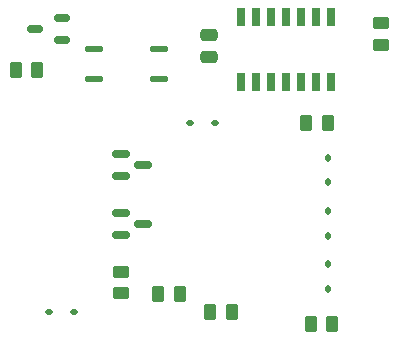
<source format=gbr>
%TF.GenerationSoftware,KiCad,Pcbnew,8.0.1*%
%TF.CreationDate,2024-06-07T19:57:48+02:00*%
%TF.ProjectId,needforheat-p1-base-hardware,6e656564-666f-4726-9865-61742d70312d,rev?*%
%TF.SameCoordinates,Original*%
%TF.FileFunction,Paste,Top*%
%TF.FilePolarity,Positive*%
%FSLAX46Y46*%
G04 Gerber Fmt 4.6, Leading zero omitted, Abs format (unit mm)*
G04 Created by KiCad (PCBNEW 8.0.1) date 2024-06-07 19:57:48*
%MOMM*%
%LPD*%
G01*
G04 APERTURE LIST*
G04 Aperture macros list*
%AMRoundRect*
0 Rectangle with rounded corners*
0 $1 Rounding radius*
0 $2 $3 $4 $5 $6 $7 $8 $9 X,Y pos of 4 corners*
0 Add a 4 corners polygon primitive as box body*
4,1,4,$2,$3,$4,$5,$6,$7,$8,$9,$2,$3,0*
0 Add four circle primitives for the rounded corners*
1,1,$1+$1,$2,$3*
1,1,$1+$1,$4,$5*
1,1,$1+$1,$6,$7*
1,1,$1+$1,$8,$9*
0 Add four rect primitives between the rounded corners*
20,1,$1+$1,$2,$3,$4,$5,0*
20,1,$1+$1,$4,$5,$6,$7,0*
20,1,$1+$1,$6,$7,$8,$9,0*
20,1,$1+$1,$8,$9,$2,$3,0*%
G04 Aperture macros list end*
%ADD10RoundRect,0.250000X0.262500X0.450000X-0.262500X0.450000X-0.262500X-0.450000X0.262500X-0.450000X0*%
%ADD11R,0.700000X1.550000*%
%ADD12RoundRect,0.112500X-0.187500X-0.112500X0.187500X-0.112500X0.187500X0.112500X-0.187500X0.112500X0*%
%ADD13RoundRect,0.250000X-0.475000X0.250000X-0.475000X-0.250000X0.475000X-0.250000X0.475000X0.250000X0*%
%ADD14RoundRect,0.137500X0.587500X0.137500X-0.587500X0.137500X-0.587500X-0.137500X0.587500X-0.137500X0*%
%ADD15RoundRect,0.150000X-0.587500X-0.150000X0.587500X-0.150000X0.587500X0.150000X-0.587500X0.150000X0*%
%ADD16RoundRect,0.250000X-0.450000X0.262500X-0.450000X-0.262500X0.450000X-0.262500X0.450000X0.262500X0*%
%ADD17RoundRect,0.112500X0.187500X0.112500X-0.187500X0.112500X-0.187500X-0.112500X0.187500X-0.112500X0*%
%ADD18RoundRect,0.250000X-0.262500X-0.450000X0.262500X-0.450000X0.262500X0.450000X-0.262500X0.450000X0*%
%ADD19RoundRect,0.112500X-0.112500X0.187500X-0.112500X-0.187500X0.112500X-0.187500X0.112500X0.187500X0*%
%ADD20RoundRect,0.150000X0.512500X0.150000X-0.512500X0.150000X-0.512500X-0.150000X0.512500X-0.150000X0*%
G04 APERTURE END LIST*
D10*
%TO.C,R1*%
X102912500Y-76500000D03*
X101087500Y-76500000D03*
%TD*%
D11*
%TO.C,IC1*%
X103650000Y-57000000D03*
X104920000Y-57000000D03*
X106190000Y-57000000D03*
X107460000Y-57000000D03*
X108730000Y-57000000D03*
X110000000Y-57000000D03*
X111270000Y-57000000D03*
X111270000Y-51550000D03*
X110000000Y-51550000D03*
X108730000Y-51550000D03*
X107460000Y-51550000D03*
X106190000Y-51550000D03*
X104920000Y-51550000D03*
X103650000Y-51550000D03*
%TD*%
D12*
%TO.C,D5*%
X99400000Y-60500000D03*
X101500000Y-60500000D03*
%TD*%
D10*
%TO.C,R7*%
X86412500Y-56000000D03*
X84587500Y-56000000D03*
%TD*%
D13*
%TO.C,C1*%
X101000000Y-53050000D03*
X101000000Y-54950000D03*
%TD*%
D14*
%TO.C,U1*%
X96750000Y-56770000D03*
X96750000Y-54230000D03*
X91250000Y-54230000D03*
X91250000Y-56770000D03*
%TD*%
D15*
%TO.C,Q1*%
X93500000Y-63100000D03*
X93500000Y-65000000D03*
X95375000Y-64050000D03*
%TD*%
D16*
%TO.C,R3*%
X93500000Y-73087500D03*
X93500000Y-74912500D03*
%TD*%
D17*
%TO.C,D4*%
X89500000Y-76500000D03*
X87400000Y-76500000D03*
%TD*%
D15*
%TO.C,Q2*%
X93500000Y-68100000D03*
X93500000Y-70000000D03*
X95375000Y-69050000D03*
%TD*%
D16*
%TO.C,R5*%
X115500000Y-52087500D03*
X115500000Y-53912500D03*
%TD*%
D18*
%TO.C,R4*%
X96675000Y-75000000D03*
X98500000Y-75000000D03*
%TD*%
D19*
%TO.C,D1*%
X111000000Y-63450000D03*
X111000000Y-65550000D03*
%TD*%
%TO.C,D2*%
X111000000Y-67950000D03*
X111000000Y-70050000D03*
%TD*%
D20*
%TO.C,Q3*%
X88500000Y-53500000D03*
X88500000Y-51600000D03*
X86225000Y-52550000D03*
%TD*%
D19*
%TO.C,D3*%
X111000000Y-72450000D03*
X111000000Y-74550000D03*
%TD*%
D10*
%TO.C,R6*%
X111412500Y-77500000D03*
X109587500Y-77500000D03*
%TD*%
D18*
%TO.C,R2*%
X109175000Y-60500000D03*
X111000000Y-60500000D03*
%TD*%
M02*

</source>
